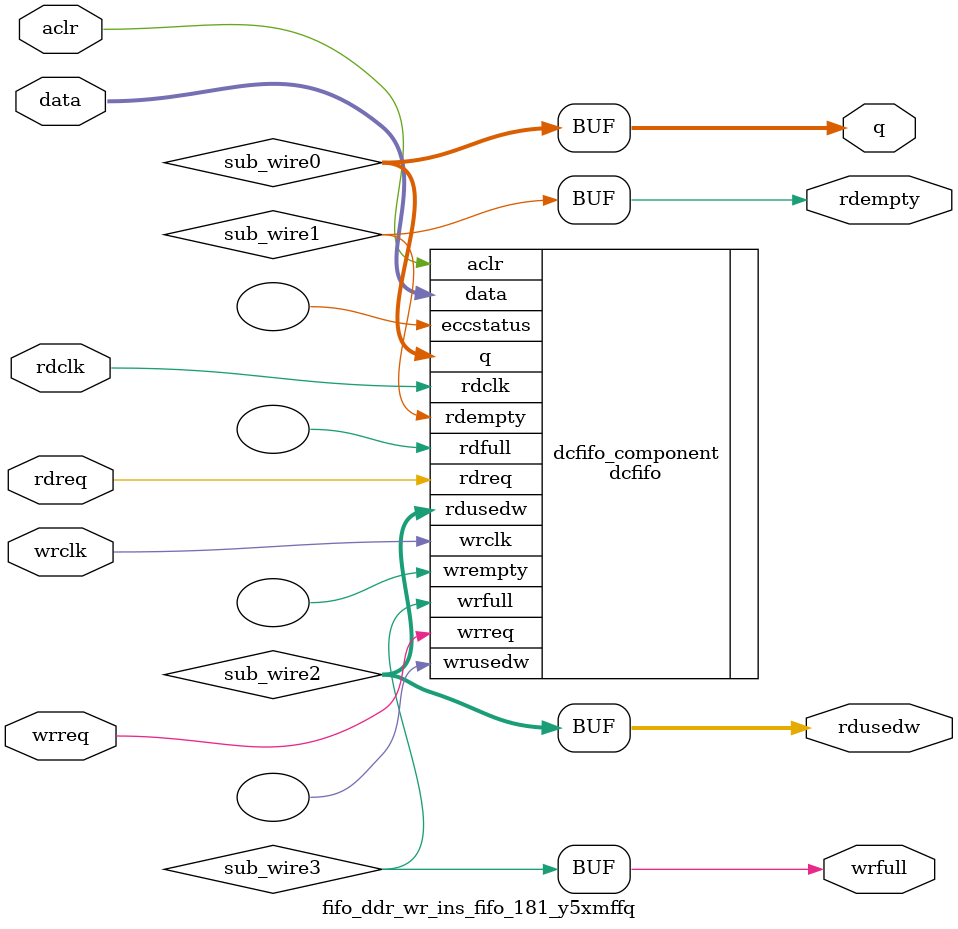
<source format=v>



`timescale 1 ps / 1 ps
// synopsys translate_on
module  fifo_ddr_wr_ins_fifo_181_y5xmffq  (
    aclr,
    data,
    rdclk,
    rdreq,
    wrclk,
    wrreq,
    q,
    rdempty,
    rdusedw,
    wrfull);

    input    aclr;
    input  [545:0]  data;
    input    rdclk;
    input    rdreq;
    input    wrclk;
    input    wrreq;
    output [545:0]  q;
    output   rdempty;
    output [5:0]  rdusedw;
    output   wrfull;
`ifndef ALTERA_RESERVED_QIS
// synopsys translate_off
`endif
    tri0     aclr;
`ifndef ALTERA_RESERVED_QIS
// synopsys translate_on
`endif

    wire [545:0] sub_wire0;
    wire  sub_wire1;
    wire [5:0] sub_wire2;
    wire  sub_wire3;
    wire [545:0] q = sub_wire0[545:0];
    wire  rdempty = sub_wire1;
    wire [5:0] rdusedw = sub_wire2[5:0];
    wire  wrfull = sub_wire3;

    dcfifo  dcfifo_component (
                .aclr (aclr),
                .data (data),
                .rdclk (rdclk),
                .rdreq (rdreq),
                .wrclk (wrclk),
                .wrreq (wrreq),
                .q (sub_wire0),
                .rdempty (sub_wire1),
                .rdusedw (sub_wire2),
                .wrfull (sub_wire3),
                .eccstatus (),
                .rdfull (),
                .wrempty (),
                .wrusedw ());
    defparam
        dcfifo_component.enable_ecc  = "FALSE",
        dcfifo_component.intended_device_family  = "Arria 10",
        dcfifo_component.lpm_hint  = "DISABLE_DCFIFO_EMBEDDED_TIMING_CONSTRAINT=TRUE",
        dcfifo_component.lpm_numwords  = 64,
        dcfifo_component.lpm_showahead  = "ON",
        dcfifo_component.lpm_type  = "dcfifo",
        dcfifo_component.lpm_width  = 546,
        dcfifo_component.lpm_widthu  = 6,
        dcfifo_component.overflow_checking  = "ON",
        dcfifo_component.rdsync_delaypipe  = 4,
        dcfifo_component.read_aclr_synch  = "OFF",
        dcfifo_component.underflow_checking  = "ON",
        dcfifo_component.use_eab  = "ON",
        dcfifo_component.write_aclr_synch  = "OFF",
        dcfifo_component.wrsync_delaypipe  = 4;


endmodule



</source>
